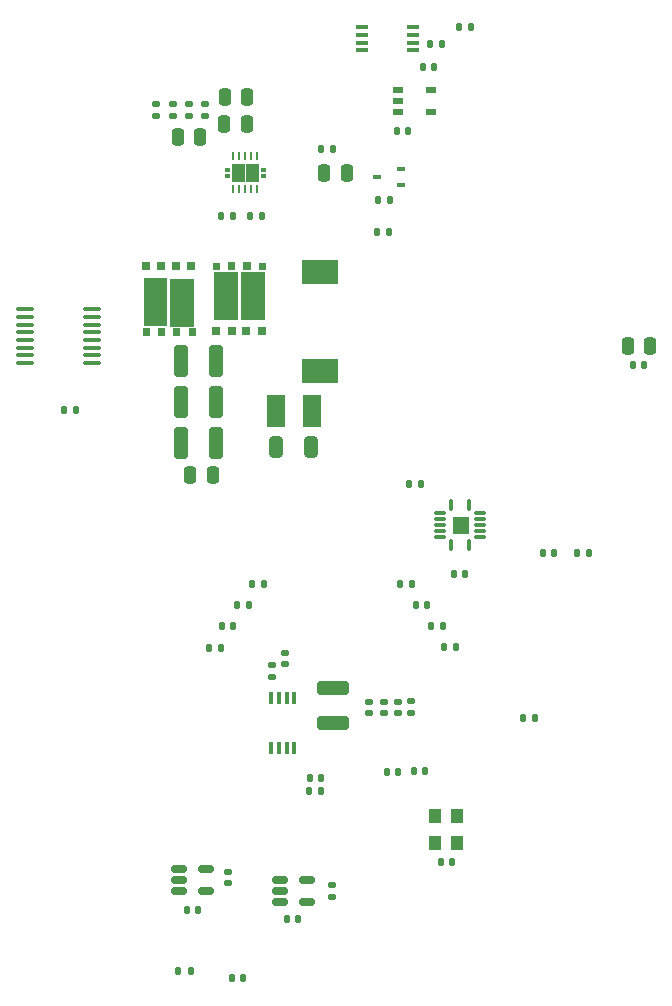
<source format=gbr>
%TF.GenerationSoftware,KiCad,Pcbnew,8.0.2*%
%TF.CreationDate,2024-09-03T18:11:36-04:00*%
%TF.ProjectId,bitaxeUltra,62697461-7865-4556-9c74-72612e6b6963,rev?*%
%TF.SameCoordinates,Original*%
%TF.FileFunction,Paste,Top*%
%TF.FilePolarity,Positive*%
%FSLAX46Y46*%
G04 Gerber Fmt 4.6, Leading zero omitted, Abs format (unit mm)*
G04 Created by KiCad (PCBNEW 8.0.2) date 2024-09-03 18:11:36*
%MOMM*%
%LPD*%
G01*
G04 APERTURE LIST*
G04 Aperture macros list*
%AMRoundRect*
0 Rectangle with rounded corners*
0 $1 Rounding radius*
0 $2 $3 $4 $5 $6 $7 $8 $9 X,Y pos of 4 corners*
0 Add a 4 corners polygon primitive as box body*
4,1,4,$2,$3,$4,$5,$6,$7,$8,$9,$2,$3,0*
0 Add four circle primitives for the rounded corners*
1,1,$1+$1,$2,$3*
1,1,$1+$1,$4,$5*
1,1,$1+$1,$6,$7*
1,1,$1+$1,$8,$9*
0 Add four rect primitives between the rounded corners*
20,1,$1+$1,$2,$3,$4,$5,0*
20,1,$1+$1,$4,$5,$6,$7,0*
20,1,$1+$1,$6,$7,$8,$9,0*
20,1,$1+$1,$8,$9,$2,$3,0*%
G04 Aperture macros list end*
%ADD10C,0.010000*%
%ADD11C,0.001000*%
%ADD12RoundRect,0.250000X0.250000X0.475000X-0.250000X0.475000X-0.250000X-0.475000X0.250000X-0.475000X0*%
%ADD13RoundRect,0.140000X0.140000X0.170000X-0.140000X0.170000X-0.140000X-0.170000X0.140000X-0.170000X0*%
%ADD14RoundRect,0.100000X-0.637500X-0.100000X0.637500X-0.100000X0.637500X0.100000X-0.637500X0.100000X0*%
%ADD15RoundRect,0.140000X-0.170000X0.140000X-0.170000X-0.140000X0.170000X-0.140000X0.170000X0.140000X0*%
%ADD16RoundRect,0.135000X-0.185000X0.135000X-0.185000X-0.135000X0.185000X-0.135000X0.185000X0.135000X0*%
%ADD17RoundRect,0.135000X0.135000X0.185000X-0.135000X0.185000X-0.135000X-0.185000X0.135000X-0.185000X0*%
%ADD18R,0.700000X0.450000*%
%ADD19RoundRect,0.250000X-0.250000X-0.475000X0.250000X-0.475000X0.250000X0.475000X-0.250000X0.475000X0*%
%ADD20RoundRect,0.150000X-0.512500X-0.150000X0.512500X-0.150000X0.512500X0.150000X-0.512500X0.150000X0*%
%ADD21RoundRect,0.140000X-0.140000X-0.170000X0.140000X-0.170000X0.140000X0.170000X-0.140000X0.170000X0*%
%ADD22R,0.400000X1.100000*%
%ADD23RoundRect,0.007800X-0.122200X0.442200X-0.122200X-0.442200X0.122200X-0.442200X0.122200X0.442200X0*%
%ADD24RoundRect,0.007800X-0.442200X-0.122200X0.442200X-0.122200X0.442200X0.122200X-0.442200X0.122200X0*%
%ADD25R,3.100000X2.000000*%
%ADD26RoundRect,0.135000X0.185000X-0.135000X0.185000X0.135000X-0.185000X0.135000X-0.185000X-0.135000X0*%
%ADD27RoundRect,0.135000X-0.135000X-0.185000X0.135000X-0.185000X0.135000X0.185000X-0.135000X0.185000X0*%
%ADD28R,1.100000X0.400000*%
%ADD29RoundRect,0.250000X-1.100000X0.325000X-1.100000X-0.325000X1.100000X-0.325000X1.100000X0.325000X0*%
%ADD30R,0.700000X0.800000*%
%ADD31RoundRect,0.140000X0.170000X-0.140000X0.170000X0.140000X-0.170000X0.140000X-0.170000X-0.140000X0*%
%ADD32RoundRect,0.050000X-0.070000X0.250000X-0.070000X-0.250000X0.070000X-0.250000X0.070000X0.250000X0*%
%ADD33R,1.600000X2.700000*%
%ADD34RoundRect,0.250000X-0.325000X-1.100000X0.325000X-1.100000X0.325000X1.100000X-0.325000X1.100000X0*%
%ADD35R,1.100000X1.300000*%
%ADD36RoundRect,0.250000X0.325000X0.650000X-0.325000X0.650000X-0.325000X-0.650000X0.325000X-0.650000X0*%
%ADD37R,0.952500X0.558800*%
G04 APERTURE END LIST*
D10*
%TO.C,U2*%
X117072000Y-99915000D02*
X115772000Y-99915000D01*
X115772000Y-98615000D01*
X117072000Y-98615000D01*
X117072000Y-99915000D01*
G36*
X117072000Y-99915000D02*
G01*
X115772000Y-99915000D01*
X115772000Y-98615000D01*
X117072000Y-98615000D01*
X117072000Y-99915000D01*
G37*
%TO.C,Q2*%
X95991600Y-77610200D02*
X95461600Y-77600200D01*
X95461600Y-77040200D01*
X95991600Y-77040200D01*
X95991600Y-77610200D01*
G36*
X95991600Y-77610200D02*
G01*
X95461600Y-77600200D01*
X95461600Y-77040200D01*
X95991600Y-77040200D01*
X95991600Y-77610200D01*
G37*
X97521600Y-81790200D02*
X95601600Y-81790200D01*
X95601600Y-77810200D01*
X97521600Y-77810200D01*
X97521600Y-81790200D01*
G36*
X97521600Y-81790200D02*
G01*
X95601600Y-81790200D01*
X95601600Y-77810200D01*
X97521600Y-77810200D01*
X97521600Y-81790200D01*
G37*
X97291600Y-77590200D02*
X96761600Y-77580200D01*
X96761600Y-77020200D01*
X97291600Y-77020200D01*
X97291600Y-77590200D01*
G36*
X97291600Y-77590200D02*
G01*
X96761600Y-77580200D01*
X96761600Y-77020200D01*
X97291600Y-77020200D01*
X97291600Y-77590200D01*
G37*
X99801600Y-81800200D02*
X97881600Y-81800200D01*
X97881600Y-77820200D01*
X99801600Y-77820200D01*
X99801600Y-81800200D01*
G36*
X99801600Y-81800200D02*
G01*
X97881600Y-81800200D01*
X97881600Y-77820200D01*
X99801600Y-77820200D01*
X99801600Y-81800200D01*
G37*
X98591600Y-77590200D02*
X98061600Y-77580200D01*
X98061600Y-77020200D01*
X98591600Y-77020200D01*
X98591600Y-77590200D01*
G36*
X98591600Y-77590200D02*
G01*
X98061600Y-77580200D01*
X98061600Y-77020200D01*
X98591600Y-77020200D01*
X98591600Y-77590200D01*
G37*
X99881600Y-77610200D02*
X99351600Y-77600200D01*
X99351600Y-77040200D01*
X99881600Y-77040200D01*
X99881600Y-77610200D01*
G36*
X99881600Y-77610200D02*
G01*
X99351600Y-77600200D01*
X99351600Y-77040200D01*
X99881600Y-77040200D01*
X99881600Y-77610200D01*
G37*
D11*
%TO.C,U9*%
X96871691Y-69297200D02*
X96501691Y-69297200D01*
X96501691Y-69047200D01*
X96871691Y-69047200D01*
X96871691Y-69297200D01*
G36*
X96871691Y-69297200D02*
G01*
X96501691Y-69297200D01*
X96501691Y-69047200D01*
X96871691Y-69047200D01*
X96871691Y-69297200D01*
G37*
X96871691Y-69797200D02*
X96501691Y-69797200D01*
X96501691Y-69547200D01*
X96871691Y-69547200D01*
X96871691Y-69797200D01*
G36*
X96871691Y-69797200D02*
G01*
X96501691Y-69797200D01*
X96501691Y-69547200D01*
X96871691Y-69547200D01*
X96871691Y-69797200D01*
G37*
X98091691Y-70132200D02*
X97081691Y-70132200D01*
X97081691Y-68682200D01*
X98091691Y-68682200D01*
X98091691Y-70132200D01*
G36*
X98091691Y-70132200D02*
G01*
X97081691Y-70132200D01*
X97081691Y-68682200D01*
X98091691Y-68682200D01*
X98091691Y-70132200D01*
G37*
X99311691Y-70132200D02*
X98301691Y-70132200D01*
X98301691Y-68682200D01*
X99311691Y-68682200D01*
X99311691Y-70132200D01*
G36*
X99311691Y-70132200D02*
G01*
X98301691Y-70132200D01*
X98301691Y-68682200D01*
X99311691Y-68682200D01*
X99311691Y-70132200D01*
G37*
X99901691Y-69297200D02*
X99531691Y-69297200D01*
X99531691Y-69047200D01*
X99901691Y-69047200D01*
X99901691Y-69297200D01*
G36*
X99901691Y-69297200D02*
G01*
X99531691Y-69297200D01*
X99531691Y-69047200D01*
X99901691Y-69047200D01*
X99901691Y-69297200D01*
G37*
X99901691Y-69797200D02*
X99531691Y-69797200D01*
X99531691Y-69547200D01*
X99901691Y-69547200D01*
X99901691Y-69797200D01*
G36*
X99901691Y-69797200D02*
G01*
X99531691Y-69797200D01*
X99531691Y-69547200D01*
X99901691Y-69547200D01*
X99901691Y-69797200D01*
G37*
D10*
%TO.C,Q1*%
X90049887Y-82576364D02*
X90049887Y-83136364D01*
X89519887Y-83136364D01*
X89519887Y-82566364D01*
X90049887Y-82576364D01*
G36*
X90049887Y-82576364D02*
G01*
X90049887Y-83136364D01*
X89519887Y-83136364D01*
X89519887Y-82566364D01*
X90049887Y-82576364D01*
G37*
X91339887Y-82596364D02*
X91339887Y-83156364D01*
X90809887Y-83156364D01*
X90809887Y-82586364D01*
X91339887Y-82596364D01*
G36*
X91339887Y-82596364D02*
G01*
X91339887Y-83156364D01*
X90809887Y-83156364D01*
X90809887Y-82586364D01*
X91339887Y-82596364D01*
G37*
X91519887Y-82356364D02*
X89599887Y-82356364D01*
X89599887Y-78376364D01*
X91519887Y-78376364D01*
X91519887Y-82356364D01*
G36*
X91519887Y-82356364D02*
G01*
X89599887Y-82356364D01*
X89599887Y-78376364D01*
X91519887Y-78376364D01*
X91519887Y-82356364D01*
G37*
X92639887Y-82596364D02*
X92639887Y-83156364D01*
X92109887Y-83156364D01*
X92109887Y-82586364D01*
X92639887Y-82596364D01*
G36*
X92639887Y-82596364D02*
G01*
X92639887Y-83156364D01*
X92109887Y-83156364D01*
X92109887Y-82586364D01*
X92639887Y-82596364D01*
G37*
X93799887Y-82366364D02*
X91879887Y-82366364D01*
X91879887Y-78386364D01*
X93799887Y-78386364D01*
X93799887Y-82366364D01*
G36*
X93799887Y-82366364D02*
G01*
X91879887Y-82366364D01*
X91879887Y-78386364D01*
X93799887Y-78386364D01*
X93799887Y-82366364D01*
G37*
X93939887Y-82576364D02*
X93939887Y-83136364D01*
X93409887Y-83136364D01*
X93409887Y-82566364D01*
X93939887Y-82576364D01*
G36*
X93939887Y-82576364D02*
G01*
X93939887Y-83136364D01*
X93409887Y-83136364D01*
X93409887Y-82566364D01*
X93939887Y-82576364D01*
G37*
%TD*%
D12*
%TO.C,C43*%
X106814000Y-69487000D03*
X104914000Y-69487000D03*
%TD*%
D13*
%TO.C,C19*%
X116836000Y-103365000D03*
X115876000Y-103365000D03*
%TD*%
D14*
%TO.C,U8*%
X79540000Y-80990000D03*
X79540000Y-81640000D03*
X79540000Y-82290000D03*
X79540000Y-82940000D03*
X79540000Y-83590000D03*
X79540000Y-84240000D03*
X79540000Y-84890000D03*
X79540000Y-85540000D03*
X85265000Y-85540000D03*
X85265000Y-84890000D03*
X85265000Y-84240000D03*
X85265000Y-83590000D03*
X85265000Y-82940000D03*
X85265000Y-82290000D03*
X85265000Y-81640000D03*
X85265000Y-80990000D03*
%TD*%
D15*
%TO.C,C7*%
X112268000Y-114175600D03*
X112268000Y-115135600D03*
%TD*%
D16*
%TO.C,R13*%
X90649600Y-63569000D03*
X90649600Y-64589000D03*
%TD*%
D17*
%TO.C,R6*%
X122717000Y-115554000D03*
X121697000Y-115554000D03*
%TD*%
D13*
%TO.C,C1*%
X115730000Y-127810000D03*
X114770000Y-127810000D03*
%TD*%
D18*
%TO.C,Q4*%
X111370000Y-70430000D03*
X111370000Y-69130000D03*
X109370000Y-69780000D03*
%TD*%
D12*
%TO.C,C41*%
X98355400Y-63005800D03*
X96455400Y-63005800D03*
%TD*%
D13*
%TO.C,C3*%
X114920000Y-107790000D03*
X113960000Y-107790000D03*
%TD*%
D19*
%TO.C,C38*%
X93550000Y-95040000D03*
X95450000Y-95040000D03*
%TD*%
D15*
%TO.C,C25*%
X105540000Y-129760000D03*
X105540000Y-130720000D03*
%TD*%
D19*
%TO.C,C45*%
X92522000Y-66420000D03*
X94422000Y-66420000D03*
%TD*%
D20*
%TO.C,U5*%
X92615500Y-128358000D03*
X92615500Y-129308000D03*
X92615500Y-130258000D03*
X94890500Y-130258000D03*
X94890500Y-128358000D03*
%TD*%
D19*
%TO.C,C51*%
X130580000Y-84090000D03*
X132480000Y-84090000D03*
%TD*%
D20*
%TO.C,U6*%
X101182500Y-129290000D03*
X101182500Y-130240000D03*
X101182500Y-131190000D03*
X103457500Y-131190000D03*
X103457500Y-129290000D03*
%TD*%
D21*
%TO.C,C4*%
X110210000Y-120130000D03*
X111170000Y-120130000D03*
%TD*%
D22*
%TO.C,U7*%
X102371800Y-113877200D03*
X101721800Y-113877200D03*
X101071800Y-113877200D03*
X100421800Y-113877200D03*
X100421800Y-118177200D03*
X101071800Y-118177200D03*
X101721800Y-118177200D03*
X102371800Y-118177200D03*
%TD*%
D13*
%TO.C,C12*%
X99780000Y-104240000D03*
X98820000Y-104240000D03*
%TD*%
D21*
%TO.C,C52*%
X131050000Y-85700000D03*
X132010000Y-85700000D03*
%TD*%
D17*
%TO.C,R1*%
X127347000Y-101658000D03*
X126327000Y-101658000D03*
%TD*%
D23*
%TO.C,U2*%
X115672000Y-97580000D03*
D24*
X114737000Y-98265000D03*
X114737000Y-98765000D03*
X114737000Y-99265000D03*
X114737000Y-99765000D03*
X114737000Y-100265000D03*
D23*
X115672000Y-100950000D03*
X117172000Y-100950000D03*
D24*
X118107000Y-100265000D03*
X118107000Y-99765000D03*
X118107000Y-99265000D03*
X118107000Y-98765000D03*
X118107000Y-98265000D03*
D23*
X117172000Y-97580000D03*
%TD*%
D16*
%TO.C,R10*%
X94828800Y-63573600D03*
X94828800Y-64593600D03*
%TD*%
D25*
%TO.C,L1*%
X104570000Y-77870000D03*
X104570000Y-86190000D03*
%TD*%
D26*
%TO.C,R15*%
X93465000Y-64589000D03*
X93465000Y-63569000D03*
%TD*%
D13*
%TO.C,C15*%
X98490000Y-106040000D03*
X97530000Y-106040000D03*
%TD*%
D27*
%TO.C,R16*%
X116330000Y-57110000D03*
X117350000Y-57110000D03*
%TD*%
D21*
%TO.C,C16*%
X103650000Y-121810000D03*
X104610000Y-121810000D03*
%TD*%
D13*
%TO.C,C49*%
X114200000Y-60500000D03*
X113240000Y-60500000D03*
%TD*%
%TO.C,C18*%
X96139000Y-109681000D03*
X95179000Y-109681000D03*
%TD*%
D12*
%TO.C,C40*%
X98333000Y-65268000D03*
X96433000Y-65268000D03*
%TD*%
D28*
%TO.C,U10*%
X112380000Y-59065000D03*
X112380000Y-58415000D03*
X112380000Y-57765000D03*
X112380000Y-57115000D03*
X108080000Y-57115000D03*
X108080000Y-57765000D03*
X108080000Y-58415000D03*
X108080000Y-59065000D03*
%TD*%
D21*
%TO.C,C39*%
X104650000Y-67450000D03*
X105610000Y-67450000D03*
%TD*%
%TO.C,C35*%
X82890000Y-89480000D03*
X83850000Y-89480000D03*
%TD*%
D15*
%TO.C,C10*%
X108712000Y-114201000D03*
X108712000Y-115161000D03*
%TD*%
%TO.C,C11*%
X111150400Y-114226400D03*
X111150400Y-115186400D03*
%TD*%
D16*
%TO.C,R14*%
X92057300Y-63569000D03*
X92057300Y-64589000D03*
%TD*%
D21*
%TO.C,C14*%
X103670000Y-120660000D03*
X104630000Y-120660000D03*
%TD*%
D29*
%TO.C,C13*%
X105600000Y-113085000D03*
X105600000Y-116035000D03*
%TD*%
D30*
%TO.C,Q2*%
X95751600Y-82862700D03*
X97049900Y-82862700D03*
X98313300Y-82862700D03*
X99611600Y-82862700D03*
%TD*%
D31*
%TO.C,C33*%
X101590000Y-111050000D03*
X101590000Y-110090000D03*
%TD*%
D27*
%TO.C,R2*%
X92560000Y-136980000D03*
X93580000Y-136980000D03*
%TD*%
D21*
%TO.C,C44*%
X113880000Y-58540000D03*
X114840000Y-58540000D03*
%TD*%
D32*
%TO.C,U9*%
X99201691Y-68022200D03*
X98701691Y-68022200D03*
X98201691Y-68022200D03*
X97701691Y-68022200D03*
X97201691Y-68022200D03*
X97201691Y-70822200D03*
X97701691Y-70822200D03*
X98201691Y-70822200D03*
X98701691Y-70822200D03*
X99201691Y-70822200D03*
%TD*%
D21*
%TO.C,C22*%
X93253000Y-131818000D03*
X94213000Y-131818000D03*
%TD*%
D13*
%TO.C,C21*%
X124370000Y-101660000D03*
X123410000Y-101660000D03*
%TD*%
%TO.C,C6*%
X113620000Y-106030000D03*
X112660000Y-106030000D03*
%TD*%
D33*
%TO.C,C46*%
X103851600Y-89640200D03*
X100851600Y-89640200D03*
%TD*%
D30*
%TO.C,Q1*%
X93649887Y-77313864D03*
X92351587Y-77313864D03*
X91088187Y-77313864D03*
X89789887Y-77313864D03*
%TD*%
D21*
%TO.C,C42*%
X96189800Y-73128000D03*
X97149800Y-73128000D03*
%TD*%
D34*
%TO.C,C34*%
X92806600Y-85410000D03*
X95756600Y-85410000D03*
%TD*%
D35*
%TO.C,U1*%
X116140000Y-126170000D03*
X116140000Y-123870000D03*
X114240000Y-123870000D03*
X114240000Y-126170000D03*
%TD*%
D27*
%TO.C,R12*%
X98650200Y-73123400D03*
X99670200Y-73123400D03*
%TD*%
D17*
%TO.C,R4*%
X110465000Y-71760000D03*
X109445000Y-71760000D03*
%TD*%
D13*
%TO.C,C2*%
X116020000Y-109624000D03*
X115060000Y-109624000D03*
%TD*%
D27*
%TO.C,R7*%
X109340000Y-74410000D03*
X110360000Y-74410000D03*
%TD*%
D21*
%TO.C,C23*%
X101730000Y-132610000D03*
X102690000Y-132610000D03*
%TD*%
D13*
%TO.C,C5*%
X113420000Y-120090000D03*
X112460000Y-120090000D03*
%TD*%
D26*
%TO.C,R9*%
X100460000Y-112090000D03*
X100460000Y-111070000D03*
%TD*%
D13*
%TO.C,C17*%
X97210000Y-107780000D03*
X96250000Y-107780000D03*
%TD*%
%TO.C,C8*%
X112290000Y-104240000D03*
X111330000Y-104240000D03*
%TD*%
%TO.C,C29*%
X98040000Y-137640000D03*
X97080000Y-137640000D03*
%TD*%
D21*
%TO.C,C27*%
X111051000Y-65931000D03*
X112011000Y-65931000D03*
%TD*%
%TO.C,C20*%
X112095000Y-95745000D03*
X113055000Y-95745000D03*
%TD*%
D36*
%TO.C,C47*%
X103786600Y-92610200D03*
X100836600Y-92610200D03*
%TD*%
D15*
%TO.C,C24*%
X96763000Y-128638000D03*
X96763000Y-129598000D03*
%TD*%
D34*
%TO.C,C36*%
X92785000Y-88870000D03*
X95735000Y-88870000D03*
%TD*%
D15*
%TO.C,C9*%
X109982000Y-114230000D03*
X109982000Y-115190000D03*
%TD*%
D37*
%TO.C,U11*%
X111185050Y-62440200D03*
X111185050Y-63380000D03*
X111185050Y-64319800D03*
X113940950Y-64319800D03*
X113940950Y-62440200D03*
%TD*%
D34*
%TO.C,C37*%
X92745000Y-92320000D03*
X95695000Y-92320000D03*
%TD*%
M02*

</source>
